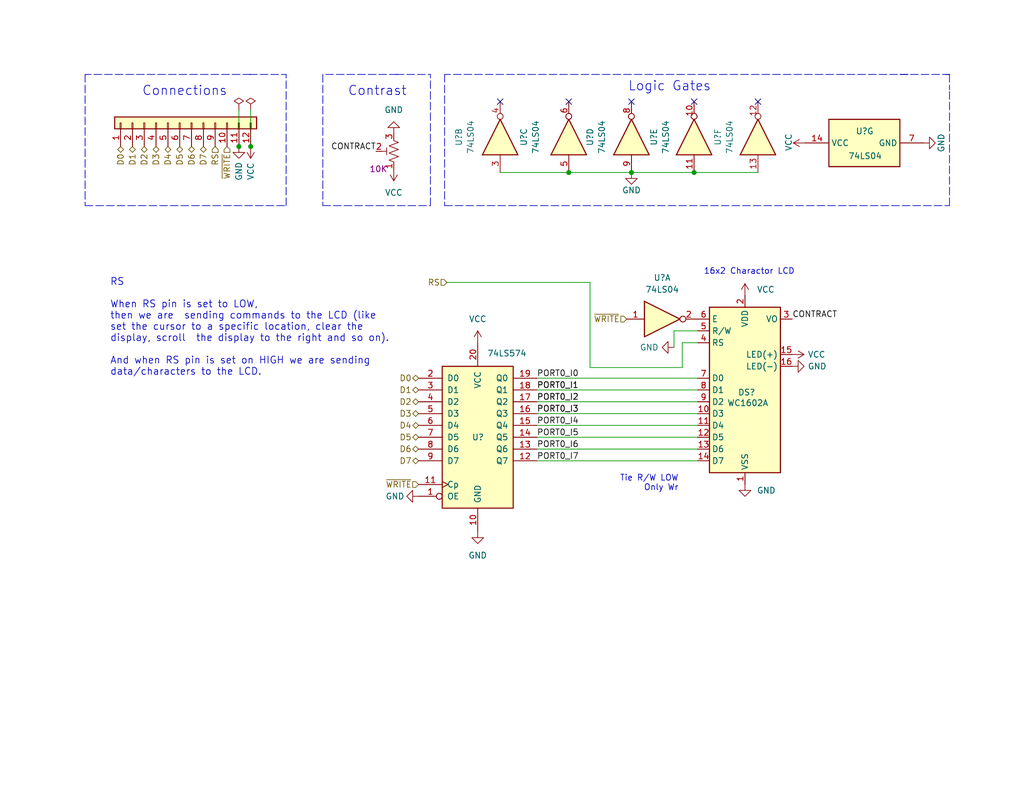
<source format=kicad_sch>
(kicad_sch (version 20211123) (generator eeschema)
  (paper "User" 219.989 170.002)
  (lib_symbols
    (symbol "74xx:74LS04"
      (property "Reference" "U" (at 0 1.27 0))
      (property "Value" "74LS04" (at 0 -1.27 0))
      (symbol "74LS04_1_0"
        (polyline (pts (xy -3.81 3.81) (xy -3.81 -3.81) (xy 3.81 0) (xy -3.81 3.81)) (stroke (width 0.254)) (fill (type background)))
        (pin input line (at -7.62 0 0) (length 3.81) (name "~") (number "1"))
        (pin output inverted (at 7.62 0 180) (length 3.81) (name "~") (number "2"))
      )
      (symbol "74LS04_2_0"
        (polyline (pts (xy -3.81 3.81) (xy -3.81 -3.81) (xy 3.81 0) (xy -3.81 3.81)) (stroke (width 0.254)) (fill (type background)))
        (pin input line (at -7.62 0 0) (length 3.81) (name "~") (number "3"))
        (pin output inverted (at 7.62 0 180) (length 3.81) (name "~") (number "4"))
      )
      (symbol "74LS04_3_0"
        (polyline (pts (xy -3.81 3.81) (xy -3.81 -3.81) (xy 3.81 0) (xy -3.81 3.81)) (stroke (width 0.254)) (fill (type background)))
        (pin input line (at -7.62 0 0) (length 3.81) (name "~") (number "5"))
        (pin output inverted (at 7.62 0 180) (length 3.81) (name "~") (number "6"))
      )
      (symbol "74LS04_4_0"
        (polyline (pts (xy -3.81 3.81) (xy -3.81 -3.81) (xy 3.81 0) (xy -3.81 3.81)) (stroke (width 0.254)) (fill (type background)))
        (pin output inverted (at 7.62 0 180) (length 3.81) (name "~") (number "8"))
        (pin input line (at -7.62 0 0) (length 3.81) (name "~") (number "9"))
      )
      (symbol "74LS04_5_0"
        (polyline (pts (xy -3.81 3.81) (xy -3.81 -3.81) (xy 3.81 0) (xy -3.81 3.81)) (stroke (width 0.254)) (fill (type background)))
        (pin output inverted (at 7.62 0 180) (length 3.81) (name "~") (number "10"))
        (pin input line (at -7.62 0 0) (length 3.81) (name "~") (number "11"))
      )
      (symbol "74LS04_6_0"
        (polyline (pts (xy -3.81 3.81) (xy -3.81 -3.81) (xy 3.81 0) (xy -3.81 3.81)) (stroke (width 0.254)) (fill (type background)))
        (pin output inverted (at 7.62 0 180) (length 3.81) (name "~") (number "12"))
        (pin input line (at -7.62 0 0) (length 3.81) (name "~") (number "13"))
      )
      (symbol "74LS04_7_0"
        (pin power_in line (at 0 12.7 270) (length 5.08) (name "VCC") (number "14"))
        (pin power_in line (at 0 -12.7 90) (length 5.08) (name "GND") (number "7"))
      )
      (symbol "74LS04_7_1"
        (rectangle (start -5.08 7.62) (end 5.08 -7.62) (stroke (width 0.254)) (fill (type background)))
      )
    )
    (symbol "74xx:74LS574" (pin_names (offset 1.016))
      (property "Reference" "U" (at -7.62 16.51 0))
      (property "Value" "74LS574" (at -7.62 -16.51 0))
      (symbol "74LS574_1_0"
        (pin input inverted (at -12.7 -12.7 0) (length 5.08) (name "OE") (number "1"))
        (pin power_in line (at 0 -20.32 90) (length 5.08) (name "GND") (number "10"))
        (pin input clock (at -12.7 -10.16 0) (length 5.08) (name "Cp") (number "11"))
        (pin tri_state line (at 12.7 -5.08 180) (length 5.08) (name "Q7") (number "12"))
        (pin tri_state line (at 12.7 -2.54 180) (length 5.08) (name "Q6") (number "13"))
        (pin tri_state line (at 12.7 0 180) (length 5.08) (name "Q5") (number "14"))
        (pin tri_state line (at 12.7 2.54 180) (length 5.08) (name "Q4") (number "15"))
        (pin tri_state line (at 12.7 5.08 180) (length 5.08) (name "Q3") (number "16"))
        (pin tri_state line (at 12.7 7.62 180) (length 5.08) (name "Q2") (number "17"))
        (pin tri_state line (at 12.7 10.16 180) (length 5.08) (name "Q1") (number "18"))
        (pin tri_state line (at 12.7 12.7 180) (length 5.08) (name "Q0") (number "19"))
        (pin input line (at -12.7 12.7 0) (length 5.08) (name "D0") (number "2"))
        (pin power_in line (at 0 20.32 270) (length 5.08) (name "VCC") (number "20"))
        (pin input line (at -12.7 10.16 0) (length 5.08) (name "D1") (number "3"))
        (pin input line (at -12.7 7.62 0) (length 5.08) (name "D2") (number "4"))
        (pin input line (at -12.7 5.08 0) (length 5.08) (name "D3") (number "5"))
        (pin input line (at -12.7 2.54 0) (length 5.08) (name "D4") (number "6"))
        (pin input line (at -12.7 0 0) (length 5.08) (name "D5") (number "7"))
        (pin input line (at -12.7 -2.54 0) (length 5.08) (name "D6") (number "8"))
        (pin input line (at -12.7 -5.08 0) (length 5.08) (name "D7") (number "9"))
      )
      (symbol "74LS574_1_1"
        (rectangle (start -7.62 15.24) (end 7.62 -15.24) (stroke (width 0.254)) (fill (type background)))
      )
    )
    (symbol "Connector_Generic:Conn_01x12" (pin_names (offset 1.016) hide)
      (property "Reference" "J" (at 0 15.24 0))
      (property "Value" "Conn_01x12" (at 0 -17.78 0))
      (symbol "Conn_01x12_1_1"
        (rectangle (start -1.27 -15.113) (end 0 -15.367) (stroke (width 0.1524)))
        (rectangle (start -1.27 -12.573) (end 0 -12.827) (stroke (width 0.1524)))
        (rectangle (start -1.27 -10.033) (end 0 -10.287) (stroke (width 0.1524)))
        (rectangle (start -1.27 -7.493) (end 0 -7.747) (stroke (width 0.1524)))
        (rectangle (start -1.27 -4.953) (end 0 -5.207) (stroke (width 0.1524)))
        (rectangle (start -1.27 -2.413) (end 0 -2.667) (stroke (width 0.1524)))
        (rectangle (start -1.27 0.127) (end 0 -0.127) (stroke (width 0.1524)))
        (rectangle (start -1.27 2.667) (end 0 2.413) (stroke (width 0.1524)))
        (rectangle (start -1.27 5.207) (end 0 4.953) (stroke (width 0.1524)))
        (rectangle (start -1.27 7.747) (end 0 7.493) (stroke (width 0.1524)))
        (rectangle (start -1.27 10.287) (end 0 10.033) (stroke (width 0.1524)))
        (rectangle (start -1.27 12.827) (end 0 12.573) (stroke (width 0.1524)))
        (rectangle (start -1.27 13.97) (end 1.27 -16.51) (stroke (width 0.254)) (fill (type background)))
        (pin passive line (at -5.08 12.7 0) (length 3.81) (name "Pin_1") (number "1"))
        (pin passive line (at -5.08 -10.16 0) (length 3.81) (name "Pin_10") (number "10"))
        (pin passive line (at -5.08 -12.7 0) (length 3.81) (name "Pin_11") (number "11"))
        (pin passive line (at -5.08 -15.24 0) (length 3.81) (name "Pin_12") (number "12"))
        (pin passive line (at -5.08 10.16 0) (length 3.81) (name "Pin_2") (number "2"))
        (pin passive line (at -5.08 7.62 0) (length 3.81) (name "Pin_3") (number "3"))
        (pin passive line (at -5.08 5.08 0) (length 3.81) (name "Pin_4") (number "4"))
        (pin passive line (at -5.08 2.54 0) (length 3.81) (name "Pin_5") (number "5"))
        (pin passive line (at -5.08 0 0) (length 3.81) (name "Pin_6") (number "6"))
        (pin passive line (at -5.08 -2.54 0) (length 3.81) (name "Pin_7") (number "7"))
        (pin passive line (at -5.08 -5.08 0) (length 3.81) (name "Pin_8") (number "8"))
        (pin passive line (at -5.08 -7.62 0) (length 3.81) (name "Pin_9") (number "9"))
      )
    )
    (symbol "Device:R_Potentiometer_Trim_US" (pin_names (offset 1.016) hide)
      (property "Reference" "RV" (at -4.445 0 90))
      (property "Value" "R_Potentiometer_Trim_US" (at -2.54 0 90))
      (symbol "R_Potentiometer_Trim_US_0_1"
        (polyline (pts (xy 0 -2.286) (xy 0 -2.54)))
        (polyline (pts (xy 0 2.286) (xy 0 2.54)))
        (polyline (pts (xy 1.524 0.762) (xy 1.524 -0.762)))
        (polyline (pts (xy 2.54 0) (xy 1.524 0)))
        (polyline (pts (xy 0 -0.762) (xy 1.016 -1.143) (xy 0 -1.524) (xy -1.016 -1.905) (xy 0 -2.286)))
        (polyline (pts (xy 0 0.762) (xy 1.016 0.381) (xy 0 0) (xy -1.016 -0.381) (xy 0 -0.762)))
        (polyline (pts (xy 0 2.286) (xy 1.016 1.905) (xy 0 1.524) (xy -1.016 1.143) (xy 0 0.762)))
      )
      (symbol "R_Potentiometer_Trim_US_1_1"
        (pin passive line (at 0 3.81 270) (length 1.27) (name "1") (number "1"))
        (pin passive line (at 3.81 0 180) (length 1.27) (name "2") (number "2"))
        (pin passive line (at 0 -3.81 90) (length 1.27) (name "3") (number "3"))
      )
    )
    (symbol "Display_Character:WC1602A"
      (property "Reference" "DS" (at -5.842 19.05 0))
      (property "Value" "WC1602A" (at 5.334 19.05 0))
      (symbol "WC1602A_1_1"
        (rectangle (start -7.62 17.78) (end 7.62 -17.78) (stroke (width 0.254)) (fill (type background)))
        (pin power_in line (at 0 -20.32 90) (length 2.54) (name "VSS") (number "1"))
        (pin input line (at -10.16 -5.08 0) (length 2.54) (name "D3") (number "10"))
        (pin input line (at -10.16 -7.62 0) (length 2.54) (name "D4") (number "11"))
        (pin input line (at -10.16 -10.16 0) (length 2.54) (name "D5") (number "12"))
        (pin input line (at -10.16 -12.7 0) (length 2.54) (name "D6") (number "13"))
        (pin input line (at -10.16 -15.24 0) (length 2.54) (name "D7") (number "14"))
        (pin power_in line (at 10.16 7.62 180) (length 2.54) (name "LED(+)") (number "15"))
        (pin power_in line (at 10.16 5.08 180) (length 2.54) (name "LED(-)") (number "16"))
        (pin power_in line (at 0 20.32 270) (length 2.54) (name "VDD") (number "2"))
        (pin input line (at 10.16 15.24 180) (length 2.54) (name "VO") (number "3"))
        (pin input line (at -10.16 10.16 0) (length 2.54) (name "RS") (number "4"))
        (pin input line (at -10.16 12.7 0) (length 2.54) (name "R/W") (number "5"))
        (pin input line (at -10.16 15.24 0) (length 2.54) (name "E") (number "6"))
        (pin input line (at -10.16 2.54 0) (length 2.54) (name "D0") (number "7"))
        (pin input line (at -10.16 0 0) (length 2.54) (name "D1") (number "8"))
        (pin input line (at -10.16 -2.54 0) (length 2.54) (name "D2") (number "9"))
      )
    )
    (symbol "power:GND" (power) (pin_names (offset 0))
      (property "Value" "GND" (at 0 -3.81 0))
      (symbol "GND_0_1"
        (polyline (pts (xy 0 0) (xy 0 -1.27) (xy 1.27 -1.27) (xy 0 -2.54) (xy -1.27 -1.27) (xy 0 -1.27)))
      )
      (symbol "GND_1_1"
        (pin power_in line (at 0 0 270) (length 0) hide (name "GND") (number "1"))
      )
    )
    (symbol "power:PWR_FLAG" (power) (pin_numbers hide) (pin_names (offset 0) hide)
      (property "Value" "PWR_FLAG" (at 0 3.81 0))
      (symbol "PWR_FLAG_0_0"
        (pin power_out line (at 0 0 90) (length 0) (name "pwr") (number "1"))
      )
      (symbol "PWR_FLAG_0_1"
        (polyline (pts (xy 0 0) (xy 0 1.27) (xy -1.016 1.905) (xy 0 2.54) (xy 1.016 1.905) (xy 0 1.27)))
      )
    )
    (symbol "power:VCC" (power) (pin_names (offset 0))
      (property "Value" "VCC" (at 0 3.81 0))
      (symbol "VCC_0_1"
        (polyline (pts (xy -0.762 1.27) (xy 0 2.54)))
        (polyline (pts (xy 0 0) (xy 0 2.54)))
        (polyline (pts (xy 0 2.54) (xy 0.762 1.27)))
      )
      (symbol "VCC_1_1"
        (pin power_in line (at 0 0 90) (length 0) hide (name "VCC") (number "1"))
      )
    )
  )
  (junction (at 135.636 37.084))
  (junction (at 51.308 31.496))
  (junction (at 53.848 31.496))
  (junction (at 122.174 37.084))
  (junction (at 149.098 37.084))
  (no_connect (at 149.098 21.844))
  (no_connect (at 162.814 21.844))
  (no_connect (at 135.636 21.844))
  (no_connect (at 107.442 21.844))
  (no_connect (at 122.174 21.844))
  (wire (pts (xy 144.78 71.12) (xy 144.78 74.676)))
  (wire (pts (xy 149.098 37.084) (xy 162.814 37.084)))
  (polyline (pts (xy 92.456 44.196) (xy 92.456 16.002)))
  (wire (pts (xy 115.316 81.28) (xy 149.86 81.28)))
  (wire (pts (xy 126.746 78.994) (xy 126.746 60.706)))
  (polyline (pts (xy 61.468 44.196) (xy 61.468 16.002)))
  (wire (pts (xy 126.746 78.994) (xy 146.558 78.994)))
  (polyline (pts (xy 95.504 44.196) (xy 203.962 44.196)))
  (wire (pts (xy 115.316 93.98) (xy 149.86 93.98)))
  (polyline (pts (xy 69.342 44.196) (xy 92.456 44.196)))
  (wire (pts (xy 51.308 23.622) (xy 51.308 31.496)))
  (polyline (pts (xy 195.072 16.002) (xy 95.504 16.002)))
  (wire (pts (xy 115.316 96.52) (xy 149.86 96.52)))
  (polyline (pts (xy 193.294 16.002) (xy 203.962 16.002)))
  (wire (pts (xy 53.848 23.622) (xy 53.848 31.496)))
  (wire (pts (xy 115.316 86.36) (xy 149.86 86.36)))
  (polyline (pts (xy 85.344 16.002) (xy 69.342 16.002)))
  (polyline (pts (xy 203.962 16.002) (xy 203.962 19.304)))
  (polyline (pts (xy 53.848 16.002) (xy 18.288 16.002)))
  (polyline (pts (xy 18.288 16.002) (xy 18.288 44.196)))
  (wire (pts (xy 149.86 73.66) (xy 146.558 73.66)))
  (polyline (pts (xy 85.09 16.002) (xy 92.456 16.002)))
  (wire (pts (xy 115.316 99.06) (xy 149.86 99.06)))
  (wire (pts (xy 115.316 91.44) (xy 149.86 91.44)))
  (wire (pts (xy 115.316 83.82) (xy 149.86 83.82)))
  (wire (pts (xy 115.316 88.9) (xy 149.86 88.9)))
  (polyline (pts (xy 53.594 16.002) (xy 61.468 16.002)))
  (polyline (pts (xy 203.962 44.196) (xy 203.962 19.304)))
  (polyline (pts (xy 95.504 16.002) (xy 95.504 44.196)))
  (polyline (pts (xy 203.2 16.002) (xy 203.962 16.002)))
  (wire (pts (xy 107.442 37.084) (xy 122.174 37.084)))
  (polyline (pts (xy 18.288 44.196) (xy 61.468 44.196)))
  (wire (pts (xy 122.174 37.084) (xy 135.636 37.084)))
  (wire (pts (xy 146.558 73.66) (xy 146.558 78.994)))
  (wire (pts (xy 135.636 37.084) (xy 149.098 37.084)))
  (polyline (pts (xy 69.342 16.002) (xy 69.342 44.196)))
  (wire (pts (xy 96.012 60.706) (xy 126.746 60.706)))
  (wire (pts (xy 149.86 71.12) (xy 144.78 71.12)))
  (text "Tie R/W LOW\nOnly Wr" (at 145.796 105.664 180) (effects (font (size 1.27 1.27)) (justify right bottom)))
  (text "16x2 Charactor LCD" (at 151.13 59.182 0) (effects (font (size 1.27 1.27)) (justify left bottom)))
  (text "Logic Gates" (at 134.874 19.812 0) (effects (font (size 2 2)) (justify left bottom)))
  (text "RS\n\nWhen RS pin is set to LOW,\nthen we are  sending commands to the LCD (like \nset the cursor to a specific location, clear the \ndisplay, scroll  the display to the right and so on). \n\nAnd when RS pin is set on HIGH we are sending \ndata/characters to the LCD.\n\n" (at 23.622 83.312 0) (effects (font (size 1.5 1.5)) (justify left bottom)))
  (text "Connections" (at 30.48 20.828 0) (effects (font (size 2 2)) (justify left bottom)))
  (text "Contrast" (at 74.676 20.828 0) (effects (font (size 2 2)) (justify left bottom)))
  (label "PORT0_I0" (at 115.316 81.28 0))
  (label "PORT0_I3" (at 115.316 88.9 0))
  (label "PORT0_I1" (at 115.316 83.82 0))
  (label "PORT0_I7" (at 115.316 99.06 0))
  (label "CONTRACT" (at 80.772 32.512 180))
  (label "PORT0_I6" (at 115.316 96.52 0))
  (label "PORT0_I2" (at 115.316 86.36 0))
  (label "PORT0_I1" (at 115.316 83.82 0))
  (label "CONTRACT" (at 170.18 68.58 0))
  (label "PORT0_I4" (at 115.316 91.44 0))
  (label "PORT0_I5" (at 115.316 93.98 0))
  (label "PORT0_I2" (at 115.316 86.36 0))
  (label "PORT0_I3" (at 115.316 88.9 0))
  (hierarchical_label "D7" (shape tri_state) (at 89.916 99.06 180))
  (hierarchical_label "D2" (shape tri_state) (at 89.916 86.36 180))
  (hierarchical_label "RS" (shape input) (at 96.012 60.706 180))
  (hierarchical_label "D5" (shape tri_state) (at 89.916 93.98 180))
  (hierarchical_label "D2" (shape tri_state) (at 30.988 31.496 270))
  (hierarchical_label "D1" (shape tri_state) (at 89.916 83.82 180))
  (hierarchical_label "~{WRITE}" (shape input) (at 48.768 31.496 270))
  (hierarchical_label "~{WRITE}" (shape input) (at 89.916 104.14 180))
  (hierarchical_label "D6" (shape tri_state) (at 89.916 96.52 180))
  (hierarchical_label "D4" (shape tri_state) (at 89.916 91.44 180))
  (hierarchical_label "D4" (shape tri_state) (at 36.068 31.496 270))
  (hierarchical_label "D3" (shape tri_state) (at 89.916 88.9 180))
  (hierarchical_label "D1" (shape tri_state) (at 28.448 31.496 270))
  (hierarchical_label "~{WRITE}" (shape input) (at 134.62 68.58 180))
  (hierarchical_label "D0" (shape tri_state) (at 89.916 81.28 180))
  (hierarchical_label "D6" (shape tri_state) (at 41.148 31.496 270))
  (hierarchical_label "D3" (shape tri_state) (at 33.528 31.496 270))
  (hierarchical_label "D5" (shape tri_state) (at 38.608 31.496 270))
  (hierarchical_label "D0" (shape tri_state) (at 25.908 31.496 270))
  (hierarchical_label "D7" (shape tri_state) (at 43.688 31.496 270))
  (hierarchical_label "RS" (shape input) (at 46.228 31.496 270))
  (symbol (lib_id "power:VCC") (at 172.974 30.734 90) (unit 1)
    (property "Reference" "#PWR?" (effects hide))
    (property "Value" "VCC" (at 169.418 32.512 0) (effects (justify left)))
  )
  (symbol (lib_id "power:GND") (at 51.308 31.496 0) (mirror y) (unit 1)
    (property "Reference" "#PWR?" (effects hide))
    (property "Value" "GND" (at 51.308 36.83 90))
  )
  (symbol (lib_id "power:GND") (at 160.02 104.14 0) (unit 1)
    (property "Reference" "#PWR?" (effects hide))
    (property "Value" "GND" (at 162.56 105.4099 0) (effects (justify left)))
  )
  (symbol (lib_id "power:PWR_FLAG") (at 53.848 23.622 0) (unit 1)
    (property "Reference" "#FLG?" (effects hide))
    (property "Value" "PWR_FLAG" (effects hide))
  )
  (symbol (lib_id "74xx:74LS04") (at 162.814 29.464 90) (unit 6)
    (property "Reference" "U?" (at 154.178 29.464 0))
    (property "Value" "74LS04" (at 156.718 29.464 0))
    (property "Datasheet" "http://www.ti.com/lit/gpn/sn74LS04" (effects hide))
  )
  (symbol (lib_id "74xx:74LS04") (at 149.098 29.464 90) (unit 5)
    (property "Reference" "U?" (at 140.462 29.464 0))
    (property "Value" "74LS04" (at 143.002 29.464 0))
    (property "Datasheet" "http://www.ti.com/lit/gpn/sn74LS04" (effects hide))
  )
  (symbol (lib_id "74xx:74LS04") (at 142.24 68.58 0) (unit 1)
    (property "Reference" "U?" (at 142.24 59.69 0))
    (property "Value" "74LS04" (at 142.24 62.23 0))
    (property "Datasheet" "http://www.ti.com/lit/gpn/sn74LS04" (effects hide))
  )
  (symbol (lib_id "Display_Character:WC1602A") (at 160.02 83.82 0) (unit 1)
    (property "Reference" "DS?" (at 158.496 84.328 0) (effects (justify left)))
    (property "Value" "WC1602A" (at 156.21 86.614 0) (effects (justify left)))
    (property "Footprint" "Display:WC1602A" (effects hide))
    (property "Datasheet" "http://www.wincomlcd.com/pdf/WC1602A-SFYLYHTC06.pdf" (effects hide))
  )
  (symbol (lib_id "power:PWR_FLAG") (at 51.308 23.622 0) (unit 1)
    (property "Reference" "#FLG?" (effects hide))
    (property "Value" "PWR_FLAG" (effects hide))
  )
  (symbol (lib_id "power:VCC") (at 170.18 76.2 270) (unit 1)
    (property "Reference" "#PWR?" (effects hide))
    (property "Value" "VCC" (at 173.482 76.1999 90) (effects (justify left)))
  )
  (symbol (lib_id "Connector_Generic:Conn_01x12") (at 38.608 26.416 90) (unit 1)
    (property "Reference" "J?" (effects hide))
    (property "Value" "Conn_01x12" (effects hide))
    (property "Footprint" "Connector_PinHeader_2.54mm:PinHeader_1x12_P2.54mm_Vertical" (effects hide))
  )
  (symbol (lib_id "74xx:74LS04") (at 185.674 30.734 90) (unit 7)
    (property "Reference" "U?" (at 187.706 28.194 90) (effects (justify left)))
    (property "Value" "74LS04" (at 189.484 33.528 90) (effects (justify left)))
    (property "Footprint" "Package_SO:TSSOP-14_4.4x5mm_P0.65mm" (effects hide))
    (property "Datasheet" "http://www.ti.com/lit/gpn/sn74LS04" (effects hide))
  )
  (symbol (lib_id "power:GND") (at 84.582 28.702 180) (unit 1)
    (property "Reference" "#PWR?" (effects hide))
    (property "Value" "GND" (at 84.582 23.622 0))
  )
  (symbol (lib_id "power:GND") (at 135.636 37.084 0) (unit 1)
    (property "Reference" "#PWR?" (effects hide))
    (property "Value" "GND" (at 133.604 40.894 0) (effects (justify left)))
  )
  (symbol (lib_id "Device:R_Potentiometer_Trim_US") (at 84.582 32.512 180) (unit 1)
    (property "Reference" "RV?" (effects hide))
    (property "Value" "R_Potentiometer_Trim_US" (effects hide))
    (property "Footprint" "Potentiometer_SMD:Potentiometer_Bourns_3224G_Horizontal" (effects hide))
    (property "Resistance" "10K" (at 81.28 36.322 0))
  )
  (symbol (lib_id "power:GND") (at 170.18 78.74 90) (unit 1)
    (property "Reference" "#PWR?" (effects hide))
    (property "Value" "GND" (at 173.482 78.74 90) (effects (justify right)))
  )
  (symbol (lib_id "74xx:74LS04") (at 135.636 29.464 90) (unit 4)
    (property "Reference" "U?" (at 126.746 29.464 0))
    (property "Value" "74LS04" (at 129.286 29.464 0))
    (property "Datasheet" "http://www.ti.com/lit/gpn/sn74LS04" (effects hide))
  )
  (symbol (lib_id "power:GND") (at 198.374 30.734 90) (unit 1)
    (property "Reference" "#PWR?" (effects hide))
    (property "Value" "GND" (at 202.184 32.766 0) (effects (justify left)))
  )
  (symbol (lib_id "power:VCC") (at 84.582 36.322 180) (unit 1)
    (property "Reference" "#PWR?" (effects hide))
    (property "Value" "VCC" (at 84.582 41.402 0))
  )
  (symbol (lib_id "power:VCC") (at 160.02 63.5 0) (unit 1)
    (property "Reference" "#PWR?" (effects hide))
    (property "Value" "VCC" (at 162.56 62.2299 0) (effects (justify left)))
  )
  (symbol (lib_id "power:GND") (at 89.916 106.68 270) (unit 1)
    (property "Reference" "#PWR?" (effects hide))
    (property "Value" "GND" (at 82.804 106.68 90) (effects (justify left)))
  )
  (symbol (lib_id "power:VCC") (at 53.848 31.496 0) (mirror x) (unit 1)
    (property "Reference" "#PWR?" (effects hide))
    (property "Value" "VCC" (at 53.848 36.83 90))
  )
  (symbol (lib_id "power:VCC") (at 102.616 73.66 0) (unit 1)
    (property "Reference" "#PWR?" (effects hide))
    (property "Value" "VCC" (at 102.616 68.58 0))
  )
  (symbol (lib_id "power:GND") (at 102.616 114.3 0) (unit 1)
    (property "Reference" "#PWR?" (effects hide))
    (property "Value" "GND" (at 102.616 119.38 0))
  )
  (symbol (lib_id "74xx:74LS04") (at 107.442 29.464 90) (unit 2)
    (property "Reference" "U?" (at 98.552 29.464 0))
    (property "Value" "74LS04" (at 101.092 29.464 0))
    (property "Datasheet" "http://www.ti.com/lit/gpn/sn74LS04" (effects hide))
  )
  (symbol (lib_id "74xx:74LS04") (at 122.174 29.464 90) (unit 3)
    (property "Reference" "U?" (at 112.522 29.464 0))
    (property "Value" "74LS04" (at 115.062 29.464 0))
    (property "Datasheet" "http://www.ti.com/lit/gpn/sn74LS04" (effects hide))
  )
  (symbol (lib_id "74xx:74LS574") (at 102.616 93.98 0) (unit 1)
    (property "Reference" "U?" (at 101.346 93.98 0) (effects (justify left)))
    (property "Value" "74LS574" (at 104.6354 75.946 0) (effects (justify left)))
    (property "Datasheet" "http://www.ti.com/lit/gpn/sn74LS574" (effects hide))
  )
  (symbol (lib_id "power:GND") (at 144.78 74.676 270) (unit 1)
    (property "Reference" "#PWR?" (effects hide))
    (property "Value" "GND" (at 137.414 74.676 90) (effects (justify left)))
  )
)
</source>
